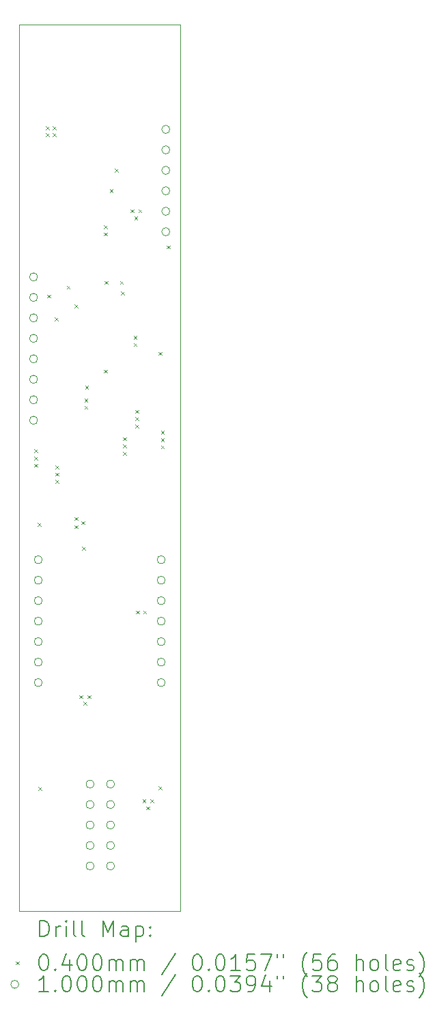
<source format=gbr>
%TF.GenerationSoftware,KiCad,Pcbnew,7.0.7-7.0.7~ubuntu22.04.1*%
%TF.CreationDate,2023-10-11T21:50:17+02:00*%
%TF.ProjectId,RP2040-VCO,52503230-3430-42d5-9643-4f2e6b696361,rev?*%
%TF.SameCoordinates,Original*%
%TF.FileFunction,Drillmap*%
%TF.FilePolarity,Positive*%
%FSLAX45Y45*%
G04 Gerber Fmt 4.5, Leading zero omitted, Abs format (unit mm)*
G04 Created by KiCad (PCBNEW 7.0.7-7.0.7~ubuntu22.04.1) date 2023-10-11 21:50:17*
%MOMM*%
%LPD*%
G01*
G04 APERTURE LIST*
%ADD10C,0.050000*%
%ADD11C,0.200000*%
%ADD12C,0.040000*%
%ADD13C,0.100000*%
G04 APERTURE END LIST*
D10*
X7150000Y-3650000D02*
X7150000Y-14650000D01*
X5150000Y-3650000D02*
X5150000Y-14650000D01*
X5150000Y-14650000D02*
X7150000Y-14650000D01*
X5150000Y-3650000D02*
X7150000Y-3650000D01*
D11*
D12*
X5340000Y-8920000D02*
X5380000Y-8960000D01*
X5380000Y-8920000D02*
X5340000Y-8960000D01*
X5340000Y-9010000D02*
X5380000Y-9050000D01*
X5380000Y-9010000D02*
X5340000Y-9050000D01*
X5340000Y-9100000D02*
X5380000Y-9140000D01*
X5380000Y-9100000D02*
X5340000Y-9140000D01*
X5380000Y-9830000D02*
X5420000Y-9870000D01*
X5420000Y-9830000D02*
X5380000Y-9870000D01*
X5390000Y-13110000D02*
X5430000Y-13150000D01*
X5430000Y-13110000D02*
X5390000Y-13150000D01*
X5480000Y-4910000D02*
X5520000Y-4950000D01*
X5520000Y-4910000D02*
X5480000Y-4950000D01*
X5480000Y-5000000D02*
X5520000Y-5040000D01*
X5520000Y-5000000D02*
X5480000Y-5040000D01*
X5500000Y-7000000D02*
X5540000Y-7040000D01*
X5540000Y-7000000D02*
X5500000Y-7040000D01*
X5570000Y-4910000D02*
X5610000Y-4950000D01*
X5610000Y-4910000D02*
X5570000Y-4950000D01*
X5570000Y-5000000D02*
X5610000Y-5040000D01*
X5610000Y-5000000D02*
X5570000Y-5040000D01*
X5590000Y-7280000D02*
X5630000Y-7320000D01*
X5630000Y-7280000D02*
X5590000Y-7320000D01*
X5600000Y-9120000D02*
X5640000Y-9160000D01*
X5640000Y-9120000D02*
X5600000Y-9160000D01*
X5600000Y-9210000D02*
X5640000Y-9250000D01*
X5640000Y-9210000D02*
X5600000Y-9250000D01*
X5600000Y-9300000D02*
X5640000Y-9340000D01*
X5640000Y-9300000D02*
X5600000Y-9340000D01*
X5740000Y-6890000D02*
X5780000Y-6930000D01*
X5780000Y-6890000D02*
X5740000Y-6930000D01*
X5840000Y-7120000D02*
X5880000Y-7160000D01*
X5880000Y-7120000D02*
X5840000Y-7160000D01*
X5840000Y-9760000D02*
X5880000Y-9800000D01*
X5880000Y-9760000D02*
X5840000Y-9800000D01*
X5840000Y-9860000D02*
X5880000Y-9900000D01*
X5880000Y-9860000D02*
X5840000Y-9900000D01*
X5900000Y-11970000D02*
X5940000Y-12010000D01*
X5940000Y-11970000D02*
X5900000Y-12010000D01*
X5920000Y-9810000D02*
X5960000Y-9850000D01*
X5960000Y-9810000D02*
X5920000Y-9850000D01*
X5930000Y-10130000D02*
X5970000Y-10170000D01*
X5970000Y-10130000D02*
X5930000Y-10170000D01*
X5950000Y-12050000D02*
X5990000Y-12090000D01*
X5990000Y-12050000D02*
X5950000Y-12090000D01*
X5960000Y-8290000D02*
X6000000Y-8330000D01*
X6000000Y-8290000D02*
X5960000Y-8330000D01*
X5960000Y-8380000D02*
X6000000Y-8420000D01*
X6000000Y-8380000D02*
X5960000Y-8420000D01*
X5970000Y-8130000D02*
X6010000Y-8170000D01*
X6010000Y-8130000D02*
X5970000Y-8170000D01*
X6000000Y-11970000D02*
X6040000Y-12010000D01*
X6040000Y-11970000D02*
X6000000Y-12010000D01*
X6200000Y-6140000D02*
X6240000Y-6180000D01*
X6240000Y-6140000D02*
X6200000Y-6180000D01*
X6200000Y-6230000D02*
X6240000Y-6270000D01*
X6240000Y-6230000D02*
X6200000Y-6270000D01*
X6200000Y-7930000D02*
X6240000Y-7970000D01*
X6240000Y-7930000D02*
X6200000Y-7970000D01*
X6210000Y-6830000D02*
X6250000Y-6870000D01*
X6250000Y-6830000D02*
X6210000Y-6870000D01*
X6274950Y-5690000D02*
X6314950Y-5730000D01*
X6314950Y-5690000D02*
X6274950Y-5730000D01*
X6340000Y-5440000D02*
X6380000Y-5480000D01*
X6380000Y-5440000D02*
X6340000Y-5480000D01*
X6400000Y-6830000D02*
X6440000Y-6870000D01*
X6440000Y-6830000D02*
X6400000Y-6870000D01*
X6414950Y-6960000D02*
X6454950Y-7000000D01*
X6454950Y-6960000D02*
X6414950Y-7000000D01*
X6440000Y-8770000D02*
X6480000Y-8810000D01*
X6480000Y-8770000D02*
X6440000Y-8810000D01*
X6440000Y-8860000D02*
X6480000Y-8900000D01*
X6480000Y-8860000D02*
X6440000Y-8900000D01*
X6440000Y-8950000D02*
X6480000Y-8990000D01*
X6480000Y-8950000D02*
X6440000Y-8990000D01*
X6530000Y-5940000D02*
X6570000Y-5980000D01*
X6570000Y-5940000D02*
X6530000Y-5980000D01*
X6570000Y-7510000D02*
X6610000Y-7550000D01*
X6610000Y-7510000D02*
X6570000Y-7550000D01*
X6570000Y-7600000D02*
X6610000Y-7640000D01*
X6610000Y-7600000D02*
X6570000Y-7640000D01*
X6580000Y-6030000D02*
X6620000Y-6070000D01*
X6620000Y-6030000D02*
X6580000Y-6070000D01*
X6590000Y-8430000D02*
X6630000Y-8470000D01*
X6630000Y-8430000D02*
X6590000Y-8470000D01*
X6590000Y-8520000D02*
X6630000Y-8560000D01*
X6630000Y-8520000D02*
X6590000Y-8560000D01*
X6590000Y-8610000D02*
X6630000Y-8650000D01*
X6630000Y-8610000D02*
X6590000Y-8650000D01*
X6600000Y-10920000D02*
X6640000Y-10960000D01*
X6640000Y-10920000D02*
X6600000Y-10960000D01*
X6630000Y-5940000D02*
X6670000Y-5980000D01*
X6670000Y-5940000D02*
X6630000Y-5980000D01*
X6680000Y-13260000D02*
X6720000Y-13300000D01*
X6720000Y-13260000D02*
X6680000Y-13300000D01*
X6690000Y-10920000D02*
X6730000Y-10960000D01*
X6730000Y-10920000D02*
X6690000Y-10960000D01*
X6730000Y-13350000D02*
X6770000Y-13390000D01*
X6770000Y-13350000D02*
X6730000Y-13390000D01*
X6780000Y-13260000D02*
X6820000Y-13300000D01*
X6820000Y-13260000D02*
X6780000Y-13300000D01*
X6880000Y-7710000D02*
X6920000Y-7750000D01*
X6920000Y-7710000D02*
X6880000Y-7750000D01*
X6880000Y-13100000D02*
X6920000Y-13140000D01*
X6920000Y-13100000D02*
X6880000Y-13140000D01*
X6910000Y-8690000D02*
X6950000Y-8730000D01*
X6950000Y-8690000D02*
X6910000Y-8730000D01*
X6910000Y-8780000D02*
X6950000Y-8820000D01*
X6950000Y-8780000D02*
X6910000Y-8820000D01*
X6910000Y-8870000D02*
X6950000Y-8910000D01*
X6950000Y-8870000D02*
X6910000Y-8910000D01*
X6980000Y-6390000D02*
X7020000Y-6430000D01*
X7020000Y-6390000D02*
X6980000Y-6430000D01*
D13*
X5380000Y-6780000D02*
G75*
G03*
X5380000Y-6780000I-50000J0D01*
G01*
X5380000Y-7034000D02*
G75*
G03*
X5380000Y-7034000I-50000J0D01*
G01*
X5380000Y-7288000D02*
G75*
G03*
X5380000Y-7288000I-50000J0D01*
G01*
X5380000Y-7542000D02*
G75*
G03*
X5380000Y-7542000I-50000J0D01*
G01*
X5380000Y-7796000D02*
G75*
G03*
X5380000Y-7796000I-50000J0D01*
G01*
X5380000Y-8050000D02*
G75*
G03*
X5380000Y-8050000I-50000J0D01*
G01*
X5380000Y-8304000D02*
G75*
G03*
X5380000Y-8304000I-50000J0D01*
G01*
X5380000Y-8558000D02*
G75*
G03*
X5380000Y-8558000I-50000J0D01*
G01*
X5438000Y-10288000D02*
G75*
G03*
X5438000Y-10288000I-50000J0D01*
G01*
X5438000Y-10542000D02*
G75*
G03*
X5438000Y-10542000I-50000J0D01*
G01*
X5438000Y-10796000D02*
G75*
G03*
X5438000Y-10796000I-50000J0D01*
G01*
X5438000Y-11050000D02*
G75*
G03*
X5438000Y-11050000I-50000J0D01*
G01*
X5438000Y-11304000D02*
G75*
G03*
X5438000Y-11304000I-50000J0D01*
G01*
X5438000Y-11558000D02*
G75*
G03*
X5438000Y-11558000I-50000J0D01*
G01*
X5438000Y-11812000D02*
G75*
G03*
X5438000Y-11812000I-50000J0D01*
G01*
X6080000Y-13072000D02*
G75*
G03*
X6080000Y-13072000I-50000J0D01*
G01*
X6080000Y-13326000D02*
G75*
G03*
X6080000Y-13326000I-50000J0D01*
G01*
X6080000Y-13580000D02*
G75*
G03*
X6080000Y-13580000I-50000J0D01*
G01*
X6080000Y-13834000D02*
G75*
G03*
X6080000Y-13834000I-50000J0D01*
G01*
X6080000Y-14088000D02*
G75*
G03*
X6080000Y-14088000I-50000J0D01*
G01*
X6334000Y-13072000D02*
G75*
G03*
X6334000Y-13072000I-50000J0D01*
G01*
X6334000Y-13326000D02*
G75*
G03*
X6334000Y-13326000I-50000J0D01*
G01*
X6334000Y-13580000D02*
G75*
G03*
X6334000Y-13580000I-50000J0D01*
G01*
X6334000Y-13834000D02*
G75*
G03*
X6334000Y-13834000I-50000J0D01*
G01*
X6334000Y-14088000D02*
G75*
G03*
X6334000Y-14088000I-50000J0D01*
G01*
X6962000Y-10288000D02*
G75*
G03*
X6962000Y-10288000I-50000J0D01*
G01*
X6962000Y-10542000D02*
G75*
G03*
X6962000Y-10542000I-50000J0D01*
G01*
X6962000Y-10796000D02*
G75*
G03*
X6962000Y-10796000I-50000J0D01*
G01*
X6962000Y-11050000D02*
G75*
G03*
X6962000Y-11050000I-50000J0D01*
G01*
X6962000Y-11304000D02*
G75*
G03*
X6962000Y-11304000I-50000J0D01*
G01*
X6962000Y-11558000D02*
G75*
G03*
X6962000Y-11558000I-50000J0D01*
G01*
X6962000Y-11812000D02*
G75*
G03*
X6962000Y-11812000I-50000J0D01*
G01*
X7020000Y-4950000D02*
G75*
G03*
X7020000Y-4950000I-50000J0D01*
G01*
X7020000Y-5204000D02*
G75*
G03*
X7020000Y-5204000I-50000J0D01*
G01*
X7020000Y-5458000D02*
G75*
G03*
X7020000Y-5458000I-50000J0D01*
G01*
X7020000Y-5712000D02*
G75*
G03*
X7020000Y-5712000I-50000J0D01*
G01*
X7020000Y-5966000D02*
G75*
G03*
X7020000Y-5966000I-50000J0D01*
G01*
X7020000Y-6220000D02*
G75*
G03*
X7020000Y-6220000I-50000J0D01*
G01*
D11*
X5408277Y-14963984D02*
X5408277Y-14763984D01*
X5408277Y-14763984D02*
X5455896Y-14763984D01*
X5455896Y-14763984D02*
X5484467Y-14773508D01*
X5484467Y-14773508D02*
X5503515Y-14792555D01*
X5503515Y-14792555D02*
X5513039Y-14811603D01*
X5513039Y-14811603D02*
X5522563Y-14849698D01*
X5522563Y-14849698D02*
X5522563Y-14878269D01*
X5522563Y-14878269D02*
X5513039Y-14916365D01*
X5513039Y-14916365D02*
X5503515Y-14935412D01*
X5503515Y-14935412D02*
X5484467Y-14954460D01*
X5484467Y-14954460D02*
X5455896Y-14963984D01*
X5455896Y-14963984D02*
X5408277Y-14963984D01*
X5608277Y-14963984D02*
X5608277Y-14830650D01*
X5608277Y-14868746D02*
X5617801Y-14849698D01*
X5617801Y-14849698D02*
X5627324Y-14840174D01*
X5627324Y-14840174D02*
X5646372Y-14830650D01*
X5646372Y-14830650D02*
X5665420Y-14830650D01*
X5732086Y-14963984D02*
X5732086Y-14830650D01*
X5732086Y-14763984D02*
X5722562Y-14773508D01*
X5722562Y-14773508D02*
X5732086Y-14783031D01*
X5732086Y-14783031D02*
X5741610Y-14773508D01*
X5741610Y-14773508D02*
X5732086Y-14763984D01*
X5732086Y-14763984D02*
X5732086Y-14783031D01*
X5855896Y-14963984D02*
X5836848Y-14954460D01*
X5836848Y-14954460D02*
X5827324Y-14935412D01*
X5827324Y-14935412D02*
X5827324Y-14763984D01*
X5960658Y-14963984D02*
X5941610Y-14954460D01*
X5941610Y-14954460D02*
X5932086Y-14935412D01*
X5932086Y-14935412D02*
X5932086Y-14763984D01*
X6189229Y-14963984D02*
X6189229Y-14763984D01*
X6189229Y-14763984D02*
X6255896Y-14906841D01*
X6255896Y-14906841D02*
X6322562Y-14763984D01*
X6322562Y-14763984D02*
X6322562Y-14963984D01*
X6503515Y-14963984D02*
X6503515Y-14859222D01*
X6503515Y-14859222D02*
X6493991Y-14840174D01*
X6493991Y-14840174D02*
X6474943Y-14830650D01*
X6474943Y-14830650D02*
X6436848Y-14830650D01*
X6436848Y-14830650D02*
X6417801Y-14840174D01*
X6503515Y-14954460D02*
X6484467Y-14963984D01*
X6484467Y-14963984D02*
X6436848Y-14963984D01*
X6436848Y-14963984D02*
X6417801Y-14954460D01*
X6417801Y-14954460D02*
X6408277Y-14935412D01*
X6408277Y-14935412D02*
X6408277Y-14916365D01*
X6408277Y-14916365D02*
X6417801Y-14897317D01*
X6417801Y-14897317D02*
X6436848Y-14887793D01*
X6436848Y-14887793D02*
X6484467Y-14887793D01*
X6484467Y-14887793D02*
X6503515Y-14878269D01*
X6598753Y-14830650D02*
X6598753Y-15030650D01*
X6598753Y-14840174D02*
X6617801Y-14830650D01*
X6617801Y-14830650D02*
X6655896Y-14830650D01*
X6655896Y-14830650D02*
X6674943Y-14840174D01*
X6674943Y-14840174D02*
X6684467Y-14849698D01*
X6684467Y-14849698D02*
X6693991Y-14868746D01*
X6693991Y-14868746D02*
X6693991Y-14925888D01*
X6693991Y-14925888D02*
X6684467Y-14944936D01*
X6684467Y-14944936D02*
X6674943Y-14954460D01*
X6674943Y-14954460D02*
X6655896Y-14963984D01*
X6655896Y-14963984D02*
X6617801Y-14963984D01*
X6617801Y-14963984D02*
X6598753Y-14954460D01*
X6779705Y-14944936D02*
X6789229Y-14954460D01*
X6789229Y-14954460D02*
X6779705Y-14963984D01*
X6779705Y-14963984D02*
X6770182Y-14954460D01*
X6770182Y-14954460D02*
X6779705Y-14944936D01*
X6779705Y-14944936D02*
X6779705Y-14963984D01*
X6779705Y-14840174D02*
X6789229Y-14849698D01*
X6789229Y-14849698D02*
X6779705Y-14859222D01*
X6779705Y-14859222D02*
X6770182Y-14849698D01*
X6770182Y-14849698D02*
X6779705Y-14840174D01*
X6779705Y-14840174D02*
X6779705Y-14859222D01*
D12*
X5107500Y-15272500D02*
X5147500Y-15312500D01*
X5147500Y-15272500D02*
X5107500Y-15312500D01*
D11*
X5446372Y-15183984D02*
X5465420Y-15183984D01*
X5465420Y-15183984D02*
X5484467Y-15193508D01*
X5484467Y-15193508D02*
X5493991Y-15203031D01*
X5493991Y-15203031D02*
X5503515Y-15222079D01*
X5503515Y-15222079D02*
X5513039Y-15260174D01*
X5513039Y-15260174D02*
X5513039Y-15307793D01*
X5513039Y-15307793D02*
X5503515Y-15345888D01*
X5503515Y-15345888D02*
X5493991Y-15364936D01*
X5493991Y-15364936D02*
X5484467Y-15374460D01*
X5484467Y-15374460D02*
X5465420Y-15383984D01*
X5465420Y-15383984D02*
X5446372Y-15383984D01*
X5446372Y-15383984D02*
X5427324Y-15374460D01*
X5427324Y-15374460D02*
X5417801Y-15364936D01*
X5417801Y-15364936D02*
X5408277Y-15345888D01*
X5408277Y-15345888D02*
X5398753Y-15307793D01*
X5398753Y-15307793D02*
X5398753Y-15260174D01*
X5398753Y-15260174D02*
X5408277Y-15222079D01*
X5408277Y-15222079D02*
X5417801Y-15203031D01*
X5417801Y-15203031D02*
X5427324Y-15193508D01*
X5427324Y-15193508D02*
X5446372Y-15183984D01*
X5598753Y-15364936D02*
X5608277Y-15374460D01*
X5608277Y-15374460D02*
X5598753Y-15383984D01*
X5598753Y-15383984D02*
X5589229Y-15374460D01*
X5589229Y-15374460D02*
X5598753Y-15364936D01*
X5598753Y-15364936D02*
X5598753Y-15383984D01*
X5779705Y-15250650D02*
X5779705Y-15383984D01*
X5732086Y-15174460D02*
X5684467Y-15317317D01*
X5684467Y-15317317D02*
X5808277Y-15317317D01*
X5922562Y-15183984D02*
X5941610Y-15183984D01*
X5941610Y-15183984D02*
X5960658Y-15193508D01*
X5960658Y-15193508D02*
X5970182Y-15203031D01*
X5970182Y-15203031D02*
X5979705Y-15222079D01*
X5979705Y-15222079D02*
X5989229Y-15260174D01*
X5989229Y-15260174D02*
X5989229Y-15307793D01*
X5989229Y-15307793D02*
X5979705Y-15345888D01*
X5979705Y-15345888D02*
X5970182Y-15364936D01*
X5970182Y-15364936D02*
X5960658Y-15374460D01*
X5960658Y-15374460D02*
X5941610Y-15383984D01*
X5941610Y-15383984D02*
X5922562Y-15383984D01*
X5922562Y-15383984D02*
X5903515Y-15374460D01*
X5903515Y-15374460D02*
X5893991Y-15364936D01*
X5893991Y-15364936D02*
X5884467Y-15345888D01*
X5884467Y-15345888D02*
X5874943Y-15307793D01*
X5874943Y-15307793D02*
X5874943Y-15260174D01*
X5874943Y-15260174D02*
X5884467Y-15222079D01*
X5884467Y-15222079D02*
X5893991Y-15203031D01*
X5893991Y-15203031D02*
X5903515Y-15193508D01*
X5903515Y-15193508D02*
X5922562Y-15183984D01*
X6113039Y-15183984D02*
X6132086Y-15183984D01*
X6132086Y-15183984D02*
X6151134Y-15193508D01*
X6151134Y-15193508D02*
X6160658Y-15203031D01*
X6160658Y-15203031D02*
X6170182Y-15222079D01*
X6170182Y-15222079D02*
X6179705Y-15260174D01*
X6179705Y-15260174D02*
X6179705Y-15307793D01*
X6179705Y-15307793D02*
X6170182Y-15345888D01*
X6170182Y-15345888D02*
X6160658Y-15364936D01*
X6160658Y-15364936D02*
X6151134Y-15374460D01*
X6151134Y-15374460D02*
X6132086Y-15383984D01*
X6132086Y-15383984D02*
X6113039Y-15383984D01*
X6113039Y-15383984D02*
X6093991Y-15374460D01*
X6093991Y-15374460D02*
X6084467Y-15364936D01*
X6084467Y-15364936D02*
X6074943Y-15345888D01*
X6074943Y-15345888D02*
X6065420Y-15307793D01*
X6065420Y-15307793D02*
X6065420Y-15260174D01*
X6065420Y-15260174D02*
X6074943Y-15222079D01*
X6074943Y-15222079D02*
X6084467Y-15203031D01*
X6084467Y-15203031D02*
X6093991Y-15193508D01*
X6093991Y-15193508D02*
X6113039Y-15183984D01*
X6265420Y-15383984D02*
X6265420Y-15250650D01*
X6265420Y-15269698D02*
X6274943Y-15260174D01*
X6274943Y-15260174D02*
X6293991Y-15250650D01*
X6293991Y-15250650D02*
X6322563Y-15250650D01*
X6322563Y-15250650D02*
X6341610Y-15260174D01*
X6341610Y-15260174D02*
X6351134Y-15279222D01*
X6351134Y-15279222D02*
X6351134Y-15383984D01*
X6351134Y-15279222D02*
X6360658Y-15260174D01*
X6360658Y-15260174D02*
X6379705Y-15250650D01*
X6379705Y-15250650D02*
X6408277Y-15250650D01*
X6408277Y-15250650D02*
X6427324Y-15260174D01*
X6427324Y-15260174D02*
X6436848Y-15279222D01*
X6436848Y-15279222D02*
X6436848Y-15383984D01*
X6532086Y-15383984D02*
X6532086Y-15250650D01*
X6532086Y-15269698D02*
X6541610Y-15260174D01*
X6541610Y-15260174D02*
X6560658Y-15250650D01*
X6560658Y-15250650D02*
X6589229Y-15250650D01*
X6589229Y-15250650D02*
X6608277Y-15260174D01*
X6608277Y-15260174D02*
X6617801Y-15279222D01*
X6617801Y-15279222D02*
X6617801Y-15383984D01*
X6617801Y-15279222D02*
X6627324Y-15260174D01*
X6627324Y-15260174D02*
X6646372Y-15250650D01*
X6646372Y-15250650D02*
X6674943Y-15250650D01*
X6674943Y-15250650D02*
X6693991Y-15260174D01*
X6693991Y-15260174D02*
X6703515Y-15279222D01*
X6703515Y-15279222D02*
X6703515Y-15383984D01*
X7093991Y-15174460D02*
X6922563Y-15431603D01*
X7351134Y-15183984D02*
X7370182Y-15183984D01*
X7370182Y-15183984D02*
X7389229Y-15193508D01*
X7389229Y-15193508D02*
X7398753Y-15203031D01*
X7398753Y-15203031D02*
X7408277Y-15222079D01*
X7408277Y-15222079D02*
X7417801Y-15260174D01*
X7417801Y-15260174D02*
X7417801Y-15307793D01*
X7417801Y-15307793D02*
X7408277Y-15345888D01*
X7408277Y-15345888D02*
X7398753Y-15364936D01*
X7398753Y-15364936D02*
X7389229Y-15374460D01*
X7389229Y-15374460D02*
X7370182Y-15383984D01*
X7370182Y-15383984D02*
X7351134Y-15383984D01*
X7351134Y-15383984D02*
X7332086Y-15374460D01*
X7332086Y-15374460D02*
X7322563Y-15364936D01*
X7322563Y-15364936D02*
X7313039Y-15345888D01*
X7313039Y-15345888D02*
X7303515Y-15307793D01*
X7303515Y-15307793D02*
X7303515Y-15260174D01*
X7303515Y-15260174D02*
X7313039Y-15222079D01*
X7313039Y-15222079D02*
X7322563Y-15203031D01*
X7322563Y-15203031D02*
X7332086Y-15193508D01*
X7332086Y-15193508D02*
X7351134Y-15183984D01*
X7503515Y-15364936D02*
X7513039Y-15374460D01*
X7513039Y-15374460D02*
X7503515Y-15383984D01*
X7503515Y-15383984D02*
X7493991Y-15374460D01*
X7493991Y-15374460D02*
X7503515Y-15364936D01*
X7503515Y-15364936D02*
X7503515Y-15383984D01*
X7636848Y-15183984D02*
X7655896Y-15183984D01*
X7655896Y-15183984D02*
X7674944Y-15193508D01*
X7674944Y-15193508D02*
X7684467Y-15203031D01*
X7684467Y-15203031D02*
X7693991Y-15222079D01*
X7693991Y-15222079D02*
X7703515Y-15260174D01*
X7703515Y-15260174D02*
X7703515Y-15307793D01*
X7703515Y-15307793D02*
X7693991Y-15345888D01*
X7693991Y-15345888D02*
X7684467Y-15364936D01*
X7684467Y-15364936D02*
X7674944Y-15374460D01*
X7674944Y-15374460D02*
X7655896Y-15383984D01*
X7655896Y-15383984D02*
X7636848Y-15383984D01*
X7636848Y-15383984D02*
X7617801Y-15374460D01*
X7617801Y-15374460D02*
X7608277Y-15364936D01*
X7608277Y-15364936D02*
X7598753Y-15345888D01*
X7598753Y-15345888D02*
X7589229Y-15307793D01*
X7589229Y-15307793D02*
X7589229Y-15260174D01*
X7589229Y-15260174D02*
X7598753Y-15222079D01*
X7598753Y-15222079D02*
X7608277Y-15203031D01*
X7608277Y-15203031D02*
X7617801Y-15193508D01*
X7617801Y-15193508D02*
X7636848Y-15183984D01*
X7893991Y-15383984D02*
X7779706Y-15383984D01*
X7836848Y-15383984D02*
X7836848Y-15183984D01*
X7836848Y-15183984D02*
X7817801Y-15212555D01*
X7817801Y-15212555D02*
X7798753Y-15231603D01*
X7798753Y-15231603D02*
X7779706Y-15241127D01*
X8074944Y-15183984D02*
X7979706Y-15183984D01*
X7979706Y-15183984D02*
X7970182Y-15279222D01*
X7970182Y-15279222D02*
X7979706Y-15269698D01*
X7979706Y-15269698D02*
X7998753Y-15260174D01*
X7998753Y-15260174D02*
X8046372Y-15260174D01*
X8046372Y-15260174D02*
X8065420Y-15269698D01*
X8065420Y-15269698D02*
X8074944Y-15279222D01*
X8074944Y-15279222D02*
X8084467Y-15298269D01*
X8084467Y-15298269D02*
X8084467Y-15345888D01*
X8084467Y-15345888D02*
X8074944Y-15364936D01*
X8074944Y-15364936D02*
X8065420Y-15374460D01*
X8065420Y-15374460D02*
X8046372Y-15383984D01*
X8046372Y-15383984D02*
X7998753Y-15383984D01*
X7998753Y-15383984D02*
X7979706Y-15374460D01*
X7979706Y-15374460D02*
X7970182Y-15364936D01*
X8151134Y-15183984D02*
X8284467Y-15183984D01*
X8284467Y-15183984D02*
X8198753Y-15383984D01*
X8351134Y-15183984D02*
X8351134Y-15222079D01*
X8427325Y-15183984D02*
X8427325Y-15222079D01*
X8722563Y-15460174D02*
X8713039Y-15450650D01*
X8713039Y-15450650D02*
X8693991Y-15422079D01*
X8693991Y-15422079D02*
X8684468Y-15403031D01*
X8684468Y-15403031D02*
X8674944Y-15374460D01*
X8674944Y-15374460D02*
X8665420Y-15326841D01*
X8665420Y-15326841D02*
X8665420Y-15288746D01*
X8665420Y-15288746D02*
X8674944Y-15241127D01*
X8674944Y-15241127D02*
X8684468Y-15212555D01*
X8684468Y-15212555D02*
X8693991Y-15193508D01*
X8693991Y-15193508D02*
X8713039Y-15164936D01*
X8713039Y-15164936D02*
X8722563Y-15155412D01*
X8893991Y-15183984D02*
X8798753Y-15183984D01*
X8798753Y-15183984D02*
X8789230Y-15279222D01*
X8789230Y-15279222D02*
X8798753Y-15269698D01*
X8798753Y-15269698D02*
X8817801Y-15260174D01*
X8817801Y-15260174D02*
X8865420Y-15260174D01*
X8865420Y-15260174D02*
X8884468Y-15269698D01*
X8884468Y-15269698D02*
X8893991Y-15279222D01*
X8893991Y-15279222D02*
X8903515Y-15298269D01*
X8903515Y-15298269D02*
X8903515Y-15345888D01*
X8903515Y-15345888D02*
X8893991Y-15364936D01*
X8893991Y-15364936D02*
X8884468Y-15374460D01*
X8884468Y-15374460D02*
X8865420Y-15383984D01*
X8865420Y-15383984D02*
X8817801Y-15383984D01*
X8817801Y-15383984D02*
X8798753Y-15374460D01*
X8798753Y-15374460D02*
X8789230Y-15364936D01*
X9074944Y-15183984D02*
X9036849Y-15183984D01*
X9036849Y-15183984D02*
X9017801Y-15193508D01*
X9017801Y-15193508D02*
X9008277Y-15203031D01*
X9008277Y-15203031D02*
X8989230Y-15231603D01*
X8989230Y-15231603D02*
X8979706Y-15269698D01*
X8979706Y-15269698D02*
X8979706Y-15345888D01*
X8979706Y-15345888D02*
X8989230Y-15364936D01*
X8989230Y-15364936D02*
X8998753Y-15374460D01*
X8998753Y-15374460D02*
X9017801Y-15383984D01*
X9017801Y-15383984D02*
X9055896Y-15383984D01*
X9055896Y-15383984D02*
X9074944Y-15374460D01*
X9074944Y-15374460D02*
X9084468Y-15364936D01*
X9084468Y-15364936D02*
X9093991Y-15345888D01*
X9093991Y-15345888D02*
X9093991Y-15298269D01*
X9093991Y-15298269D02*
X9084468Y-15279222D01*
X9084468Y-15279222D02*
X9074944Y-15269698D01*
X9074944Y-15269698D02*
X9055896Y-15260174D01*
X9055896Y-15260174D02*
X9017801Y-15260174D01*
X9017801Y-15260174D02*
X8998753Y-15269698D01*
X8998753Y-15269698D02*
X8989230Y-15279222D01*
X8989230Y-15279222D02*
X8979706Y-15298269D01*
X9332087Y-15383984D02*
X9332087Y-15183984D01*
X9417801Y-15383984D02*
X9417801Y-15279222D01*
X9417801Y-15279222D02*
X9408277Y-15260174D01*
X9408277Y-15260174D02*
X9389230Y-15250650D01*
X9389230Y-15250650D02*
X9360658Y-15250650D01*
X9360658Y-15250650D02*
X9341611Y-15260174D01*
X9341611Y-15260174D02*
X9332087Y-15269698D01*
X9541611Y-15383984D02*
X9522563Y-15374460D01*
X9522563Y-15374460D02*
X9513039Y-15364936D01*
X9513039Y-15364936D02*
X9503515Y-15345888D01*
X9503515Y-15345888D02*
X9503515Y-15288746D01*
X9503515Y-15288746D02*
X9513039Y-15269698D01*
X9513039Y-15269698D02*
X9522563Y-15260174D01*
X9522563Y-15260174D02*
X9541611Y-15250650D01*
X9541611Y-15250650D02*
X9570182Y-15250650D01*
X9570182Y-15250650D02*
X9589230Y-15260174D01*
X9589230Y-15260174D02*
X9598753Y-15269698D01*
X9598753Y-15269698D02*
X9608277Y-15288746D01*
X9608277Y-15288746D02*
X9608277Y-15345888D01*
X9608277Y-15345888D02*
X9598753Y-15364936D01*
X9598753Y-15364936D02*
X9589230Y-15374460D01*
X9589230Y-15374460D02*
X9570182Y-15383984D01*
X9570182Y-15383984D02*
X9541611Y-15383984D01*
X9722563Y-15383984D02*
X9703515Y-15374460D01*
X9703515Y-15374460D02*
X9693992Y-15355412D01*
X9693992Y-15355412D02*
X9693992Y-15183984D01*
X9874944Y-15374460D02*
X9855896Y-15383984D01*
X9855896Y-15383984D02*
X9817801Y-15383984D01*
X9817801Y-15383984D02*
X9798753Y-15374460D01*
X9798753Y-15374460D02*
X9789230Y-15355412D01*
X9789230Y-15355412D02*
X9789230Y-15279222D01*
X9789230Y-15279222D02*
X9798753Y-15260174D01*
X9798753Y-15260174D02*
X9817801Y-15250650D01*
X9817801Y-15250650D02*
X9855896Y-15250650D01*
X9855896Y-15250650D02*
X9874944Y-15260174D01*
X9874944Y-15260174D02*
X9884468Y-15279222D01*
X9884468Y-15279222D02*
X9884468Y-15298269D01*
X9884468Y-15298269D02*
X9789230Y-15317317D01*
X9960658Y-15374460D02*
X9979706Y-15383984D01*
X9979706Y-15383984D02*
X10017801Y-15383984D01*
X10017801Y-15383984D02*
X10036849Y-15374460D01*
X10036849Y-15374460D02*
X10046373Y-15355412D01*
X10046373Y-15355412D02*
X10046373Y-15345888D01*
X10046373Y-15345888D02*
X10036849Y-15326841D01*
X10036849Y-15326841D02*
X10017801Y-15317317D01*
X10017801Y-15317317D02*
X9989230Y-15317317D01*
X9989230Y-15317317D02*
X9970182Y-15307793D01*
X9970182Y-15307793D02*
X9960658Y-15288746D01*
X9960658Y-15288746D02*
X9960658Y-15279222D01*
X9960658Y-15279222D02*
X9970182Y-15260174D01*
X9970182Y-15260174D02*
X9989230Y-15250650D01*
X9989230Y-15250650D02*
X10017801Y-15250650D01*
X10017801Y-15250650D02*
X10036849Y-15260174D01*
X10113039Y-15460174D02*
X10122563Y-15450650D01*
X10122563Y-15450650D02*
X10141611Y-15422079D01*
X10141611Y-15422079D02*
X10151134Y-15403031D01*
X10151134Y-15403031D02*
X10160658Y-15374460D01*
X10160658Y-15374460D02*
X10170182Y-15326841D01*
X10170182Y-15326841D02*
X10170182Y-15288746D01*
X10170182Y-15288746D02*
X10160658Y-15241127D01*
X10160658Y-15241127D02*
X10151134Y-15212555D01*
X10151134Y-15212555D02*
X10141611Y-15193508D01*
X10141611Y-15193508D02*
X10122563Y-15164936D01*
X10122563Y-15164936D02*
X10113039Y-15155412D01*
D13*
X5147500Y-15556500D02*
G75*
G03*
X5147500Y-15556500I-50000J0D01*
G01*
D11*
X5513039Y-15647984D02*
X5398753Y-15647984D01*
X5455896Y-15647984D02*
X5455896Y-15447984D01*
X5455896Y-15447984D02*
X5436848Y-15476555D01*
X5436848Y-15476555D02*
X5417801Y-15495603D01*
X5417801Y-15495603D02*
X5398753Y-15505127D01*
X5598753Y-15628936D02*
X5608277Y-15638460D01*
X5608277Y-15638460D02*
X5598753Y-15647984D01*
X5598753Y-15647984D02*
X5589229Y-15638460D01*
X5589229Y-15638460D02*
X5598753Y-15628936D01*
X5598753Y-15628936D02*
X5598753Y-15647984D01*
X5732086Y-15447984D02*
X5751134Y-15447984D01*
X5751134Y-15447984D02*
X5770182Y-15457508D01*
X5770182Y-15457508D02*
X5779705Y-15467031D01*
X5779705Y-15467031D02*
X5789229Y-15486079D01*
X5789229Y-15486079D02*
X5798753Y-15524174D01*
X5798753Y-15524174D02*
X5798753Y-15571793D01*
X5798753Y-15571793D02*
X5789229Y-15609888D01*
X5789229Y-15609888D02*
X5779705Y-15628936D01*
X5779705Y-15628936D02*
X5770182Y-15638460D01*
X5770182Y-15638460D02*
X5751134Y-15647984D01*
X5751134Y-15647984D02*
X5732086Y-15647984D01*
X5732086Y-15647984D02*
X5713039Y-15638460D01*
X5713039Y-15638460D02*
X5703515Y-15628936D01*
X5703515Y-15628936D02*
X5693991Y-15609888D01*
X5693991Y-15609888D02*
X5684467Y-15571793D01*
X5684467Y-15571793D02*
X5684467Y-15524174D01*
X5684467Y-15524174D02*
X5693991Y-15486079D01*
X5693991Y-15486079D02*
X5703515Y-15467031D01*
X5703515Y-15467031D02*
X5713039Y-15457508D01*
X5713039Y-15457508D02*
X5732086Y-15447984D01*
X5922562Y-15447984D02*
X5941610Y-15447984D01*
X5941610Y-15447984D02*
X5960658Y-15457508D01*
X5960658Y-15457508D02*
X5970182Y-15467031D01*
X5970182Y-15467031D02*
X5979705Y-15486079D01*
X5979705Y-15486079D02*
X5989229Y-15524174D01*
X5989229Y-15524174D02*
X5989229Y-15571793D01*
X5989229Y-15571793D02*
X5979705Y-15609888D01*
X5979705Y-15609888D02*
X5970182Y-15628936D01*
X5970182Y-15628936D02*
X5960658Y-15638460D01*
X5960658Y-15638460D02*
X5941610Y-15647984D01*
X5941610Y-15647984D02*
X5922562Y-15647984D01*
X5922562Y-15647984D02*
X5903515Y-15638460D01*
X5903515Y-15638460D02*
X5893991Y-15628936D01*
X5893991Y-15628936D02*
X5884467Y-15609888D01*
X5884467Y-15609888D02*
X5874943Y-15571793D01*
X5874943Y-15571793D02*
X5874943Y-15524174D01*
X5874943Y-15524174D02*
X5884467Y-15486079D01*
X5884467Y-15486079D02*
X5893991Y-15467031D01*
X5893991Y-15467031D02*
X5903515Y-15457508D01*
X5903515Y-15457508D02*
X5922562Y-15447984D01*
X6113039Y-15447984D02*
X6132086Y-15447984D01*
X6132086Y-15447984D02*
X6151134Y-15457508D01*
X6151134Y-15457508D02*
X6160658Y-15467031D01*
X6160658Y-15467031D02*
X6170182Y-15486079D01*
X6170182Y-15486079D02*
X6179705Y-15524174D01*
X6179705Y-15524174D02*
X6179705Y-15571793D01*
X6179705Y-15571793D02*
X6170182Y-15609888D01*
X6170182Y-15609888D02*
X6160658Y-15628936D01*
X6160658Y-15628936D02*
X6151134Y-15638460D01*
X6151134Y-15638460D02*
X6132086Y-15647984D01*
X6132086Y-15647984D02*
X6113039Y-15647984D01*
X6113039Y-15647984D02*
X6093991Y-15638460D01*
X6093991Y-15638460D02*
X6084467Y-15628936D01*
X6084467Y-15628936D02*
X6074943Y-15609888D01*
X6074943Y-15609888D02*
X6065420Y-15571793D01*
X6065420Y-15571793D02*
X6065420Y-15524174D01*
X6065420Y-15524174D02*
X6074943Y-15486079D01*
X6074943Y-15486079D02*
X6084467Y-15467031D01*
X6084467Y-15467031D02*
X6093991Y-15457508D01*
X6093991Y-15457508D02*
X6113039Y-15447984D01*
X6265420Y-15647984D02*
X6265420Y-15514650D01*
X6265420Y-15533698D02*
X6274943Y-15524174D01*
X6274943Y-15524174D02*
X6293991Y-15514650D01*
X6293991Y-15514650D02*
X6322563Y-15514650D01*
X6322563Y-15514650D02*
X6341610Y-15524174D01*
X6341610Y-15524174D02*
X6351134Y-15543222D01*
X6351134Y-15543222D02*
X6351134Y-15647984D01*
X6351134Y-15543222D02*
X6360658Y-15524174D01*
X6360658Y-15524174D02*
X6379705Y-15514650D01*
X6379705Y-15514650D02*
X6408277Y-15514650D01*
X6408277Y-15514650D02*
X6427324Y-15524174D01*
X6427324Y-15524174D02*
X6436848Y-15543222D01*
X6436848Y-15543222D02*
X6436848Y-15647984D01*
X6532086Y-15647984D02*
X6532086Y-15514650D01*
X6532086Y-15533698D02*
X6541610Y-15524174D01*
X6541610Y-15524174D02*
X6560658Y-15514650D01*
X6560658Y-15514650D02*
X6589229Y-15514650D01*
X6589229Y-15514650D02*
X6608277Y-15524174D01*
X6608277Y-15524174D02*
X6617801Y-15543222D01*
X6617801Y-15543222D02*
X6617801Y-15647984D01*
X6617801Y-15543222D02*
X6627324Y-15524174D01*
X6627324Y-15524174D02*
X6646372Y-15514650D01*
X6646372Y-15514650D02*
X6674943Y-15514650D01*
X6674943Y-15514650D02*
X6693991Y-15524174D01*
X6693991Y-15524174D02*
X6703515Y-15543222D01*
X6703515Y-15543222D02*
X6703515Y-15647984D01*
X7093991Y-15438460D02*
X6922563Y-15695603D01*
X7351134Y-15447984D02*
X7370182Y-15447984D01*
X7370182Y-15447984D02*
X7389229Y-15457508D01*
X7389229Y-15457508D02*
X7398753Y-15467031D01*
X7398753Y-15467031D02*
X7408277Y-15486079D01*
X7408277Y-15486079D02*
X7417801Y-15524174D01*
X7417801Y-15524174D02*
X7417801Y-15571793D01*
X7417801Y-15571793D02*
X7408277Y-15609888D01*
X7408277Y-15609888D02*
X7398753Y-15628936D01*
X7398753Y-15628936D02*
X7389229Y-15638460D01*
X7389229Y-15638460D02*
X7370182Y-15647984D01*
X7370182Y-15647984D02*
X7351134Y-15647984D01*
X7351134Y-15647984D02*
X7332086Y-15638460D01*
X7332086Y-15638460D02*
X7322563Y-15628936D01*
X7322563Y-15628936D02*
X7313039Y-15609888D01*
X7313039Y-15609888D02*
X7303515Y-15571793D01*
X7303515Y-15571793D02*
X7303515Y-15524174D01*
X7303515Y-15524174D02*
X7313039Y-15486079D01*
X7313039Y-15486079D02*
X7322563Y-15467031D01*
X7322563Y-15467031D02*
X7332086Y-15457508D01*
X7332086Y-15457508D02*
X7351134Y-15447984D01*
X7503515Y-15628936D02*
X7513039Y-15638460D01*
X7513039Y-15638460D02*
X7503515Y-15647984D01*
X7503515Y-15647984D02*
X7493991Y-15638460D01*
X7493991Y-15638460D02*
X7503515Y-15628936D01*
X7503515Y-15628936D02*
X7503515Y-15647984D01*
X7636848Y-15447984D02*
X7655896Y-15447984D01*
X7655896Y-15447984D02*
X7674944Y-15457508D01*
X7674944Y-15457508D02*
X7684467Y-15467031D01*
X7684467Y-15467031D02*
X7693991Y-15486079D01*
X7693991Y-15486079D02*
X7703515Y-15524174D01*
X7703515Y-15524174D02*
X7703515Y-15571793D01*
X7703515Y-15571793D02*
X7693991Y-15609888D01*
X7693991Y-15609888D02*
X7684467Y-15628936D01*
X7684467Y-15628936D02*
X7674944Y-15638460D01*
X7674944Y-15638460D02*
X7655896Y-15647984D01*
X7655896Y-15647984D02*
X7636848Y-15647984D01*
X7636848Y-15647984D02*
X7617801Y-15638460D01*
X7617801Y-15638460D02*
X7608277Y-15628936D01*
X7608277Y-15628936D02*
X7598753Y-15609888D01*
X7598753Y-15609888D02*
X7589229Y-15571793D01*
X7589229Y-15571793D02*
X7589229Y-15524174D01*
X7589229Y-15524174D02*
X7598753Y-15486079D01*
X7598753Y-15486079D02*
X7608277Y-15467031D01*
X7608277Y-15467031D02*
X7617801Y-15457508D01*
X7617801Y-15457508D02*
X7636848Y-15447984D01*
X7770182Y-15447984D02*
X7893991Y-15447984D01*
X7893991Y-15447984D02*
X7827325Y-15524174D01*
X7827325Y-15524174D02*
X7855896Y-15524174D01*
X7855896Y-15524174D02*
X7874944Y-15533698D01*
X7874944Y-15533698D02*
X7884467Y-15543222D01*
X7884467Y-15543222D02*
X7893991Y-15562269D01*
X7893991Y-15562269D02*
X7893991Y-15609888D01*
X7893991Y-15609888D02*
X7884467Y-15628936D01*
X7884467Y-15628936D02*
X7874944Y-15638460D01*
X7874944Y-15638460D02*
X7855896Y-15647984D01*
X7855896Y-15647984D02*
X7798753Y-15647984D01*
X7798753Y-15647984D02*
X7779706Y-15638460D01*
X7779706Y-15638460D02*
X7770182Y-15628936D01*
X7989229Y-15647984D02*
X8027325Y-15647984D01*
X8027325Y-15647984D02*
X8046372Y-15638460D01*
X8046372Y-15638460D02*
X8055896Y-15628936D01*
X8055896Y-15628936D02*
X8074944Y-15600365D01*
X8074944Y-15600365D02*
X8084467Y-15562269D01*
X8084467Y-15562269D02*
X8084467Y-15486079D01*
X8084467Y-15486079D02*
X8074944Y-15467031D01*
X8074944Y-15467031D02*
X8065420Y-15457508D01*
X8065420Y-15457508D02*
X8046372Y-15447984D01*
X8046372Y-15447984D02*
X8008277Y-15447984D01*
X8008277Y-15447984D02*
X7989229Y-15457508D01*
X7989229Y-15457508D02*
X7979706Y-15467031D01*
X7979706Y-15467031D02*
X7970182Y-15486079D01*
X7970182Y-15486079D02*
X7970182Y-15533698D01*
X7970182Y-15533698D02*
X7979706Y-15552746D01*
X7979706Y-15552746D02*
X7989229Y-15562269D01*
X7989229Y-15562269D02*
X8008277Y-15571793D01*
X8008277Y-15571793D02*
X8046372Y-15571793D01*
X8046372Y-15571793D02*
X8065420Y-15562269D01*
X8065420Y-15562269D02*
X8074944Y-15552746D01*
X8074944Y-15552746D02*
X8084467Y-15533698D01*
X8255896Y-15514650D02*
X8255896Y-15647984D01*
X8208277Y-15438460D02*
X8160658Y-15581317D01*
X8160658Y-15581317D02*
X8284467Y-15581317D01*
X8351134Y-15447984D02*
X8351134Y-15486079D01*
X8427325Y-15447984D02*
X8427325Y-15486079D01*
X8722563Y-15724174D02*
X8713039Y-15714650D01*
X8713039Y-15714650D02*
X8693991Y-15686079D01*
X8693991Y-15686079D02*
X8684468Y-15667031D01*
X8684468Y-15667031D02*
X8674944Y-15638460D01*
X8674944Y-15638460D02*
X8665420Y-15590841D01*
X8665420Y-15590841D02*
X8665420Y-15552746D01*
X8665420Y-15552746D02*
X8674944Y-15505127D01*
X8674944Y-15505127D02*
X8684468Y-15476555D01*
X8684468Y-15476555D02*
X8693991Y-15457508D01*
X8693991Y-15457508D02*
X8713039Y-15428936D01*
X8713039Y-15428936D02*
X8722563Y-15419412D01*
X8779706Y-15447984D02*
X8903515Y-15447984D01*
X8903515Y-15447984D02*
X8836849Y-15524174D01*
X8836849Y-15524174D02*
X8865420Y-15524174D01*
X8865420Y-15524174D02*
X8884468Y-15533698D01*
X8884468Y-15533698D02*
X8893991Y-15543222D01*
X8893991Y-15543222D02*
X8903515Y-15562269D01*
X8903515Y-15562269D02*
X8903515Y-15609888D01*
X8903515Y-15609888D02*
X8893991Y-15628936D01*
X8893991Y-15628936D02*
X8884468Y-15638460D01*
X8884468Y-15638460D02*
X8865420Y-15647984D01*
X8865420Y-15647984D02*
X8808277Y-15647984D01*
X8808277Y-15647984D02*
X8789230Y-15638460D01*
X8789230Y-15638460D02*
X8779706Y-15628936D01*
X9017801Y-15533698D02*
X8998753Y-15524174D01*
X8998753Y-15524174D02*
X8989230Y-15514650D01*
X8989230Y-15514650D02*
X8979706Y-15495603D01*
X8979706Y-15495603D02*
X8979706Y-15486079D01*
X8979706Y-15486079D02*
X8989230Y-15467031D01*
X8989230Y-15467031D02*
X8998753Y-15457508D01*
X8998753Y-15457508D02*
X9017801Y-15447984D01*
X9017801Y-15447984D02*
X9055896Y-15447984D01*
X9055896Y-15447984D02*
X9074944Y-15457508D01*
X9074944Y-15457508D02*
X9084468Y-15467031D01*
X9084468Y-15467031D02*
X9093991Y-15486079D01*
X9093991Y-15486079D02*
X9093991Y-15495603D01*
X9093991Y-15495603D02*
X9084468Y-15514650D01*
X9084468Y-15514650D02*
X9074944Y-15524174D01*
X9074944Y-15524174D02*
X9055896Y-15533698D01*
X9055896Y-15533698D02*
X9017801Y-15533698D01*
X9017801Y-15533698D02*
X8998753Y-15543222D01*
X8998753Y-15543222D02*
X8989230Y-15552746D01*
X8989230Y-15552746D02*
X8979706Y-15571793D01*
X8979706Y-15571793D02*
X8979706Y-15609888D01*
X8979706Y-15609888D02*
X8989230Y-15628936D01*
X8989230Y-15628936D02*
X8998753Y-15638460D01*
X8998753Y-15638460D02*
X9017801Y-15647984D01*
X9017801Y-15647984D02*
X9055896Y-15647984D01*
X9055896Y-15647984D02*
X9074944Y-15638460D01*
X9074944Y-15638460D02*
X9084468Y-15628936D01*
X9084468Y-15628936D02*
X9093991Y-15609888D01*
X9093991Y-15609888D02*
X9093991Y-15571793D01*
X9093991Y-15571793D02*
X9084468Y-15552746D01*
X9084468Y-15552746D02*
X9074944Y-15543222D01*
X9074944Y-15543222D02*
X9055896Y-15533698D01*
X9332087Y-15647984D02*
X9332087Y-15447984D01*
X9417801Y-15647984D02*
X9417801Y-15543222D01*
X9417801Y-15543222D02*
X9408277Y-15524174D01*
X9408277Y-15524174D02*
X9389230Y-15514650D01*
X9389230Y-15514650D02*
X9360658Y-15514650D01*
X9360658Y-15514650D02*
X9341611Y-15524174D01*
X9341611Y-15524174D02*
X9332087Y-15533698D01*
X9541611Y-15647984D02*
X9522563Y-15638460D01*
X9522563Y-15638460D02*
X9513039Y-15628936D01*
X9513039Y-15628936D02*
X9503515Y-15609888D01*
X9503515Y-15609888D02*
X9503515Y-15552746D01*
X9503515Y-15552746D02*
X9513039Y-15533698D01*
X9513039Y-15533698D02*
X9522563Y-15524174D01*
X9522563Y-15524174D02*
X9541611Y-15514650D01*
X9541611Y-15514650D02*
X9570182Y-15514650D01*
X9570182Y-15514650D02*
X9589230Y-15524174D01*
X9589230Y-15524174D02*
X9598753Y-15533698D01*
X9598753Y-15533698D02*
X9608277Y-15552746D01*
X9608277Y-15552746D02*
X9608277Y-15609888D01*
X9608277Y-15609888D02*
X9598753Y-15628936D01*
X9598753Y-15628936D02*
X9589230Y-15638460D01*
X9589230Y-15638460D02*
X9570182Y-15647984D01*
X9570182Y-15647984D02*
X9541611Y-15647984D01*
X9722563Y-15647984D02*
X9703515Y-15638460D01*
X9703515Y-15638460D02*
X9693992Y-15619412D01*
X9693992Y-15619412D02*
X9693992Y-15447984D01*
X9874944Y-15638460D02*
X9855896Y-15647984D01*
X9855896Y-15647984D02*
X9817801Y-15647984D01*
X9817801Y-15647984D02*
X9798753Y-15638460D01*
X9798753Y-15638460D02*
X9789230Y-15619412D01*
X9789230Y-15619412D02*
X9789230Y-15543222D01*
X9789230Y-15543222D02*
X9798753Y-15524174D01*
X9798753Y-15524174D02*
X9817801Y-15514650D01*
X9817801Y-15514650D02*
X9855896Y-15514650D01*
X9855896Y-15514650D02*
X9874944Y-15524174D01*
X9874944Y-15524174D02*
X9884468Y-15543222D01*
X9884468Y-15543222D02*
X9884468Y-15562269D01*
X9884468Y-15562269D02*
X9789230Y-15581317D01*
X9960658Y-15638460D02*
X9979706Y-15647984D01*
X9979706Y-15647984D02*
X10017801Y-15647984D01*
X10017801Y-15647984D02*
X10036849Y-15638460D01*
X10036849Y-15638460D02*
X10046373Y-15619412D01*
X10046373Y-15619412D02*
X10046373Y-15609888D01*
X10046373Y-15609888D02*
X10036849Y-15590841D01*
X10036849Y-15590841D02*
X10017801Y-15581317D01*
X10017801Y-15581317D02*
X9989230Y-15581317D01*
X9989230Y-15581317D02*
X9970182Y-15571793D01*
X9970182Y-15571793D02*
X9960658Y-15552746D01*
X9960658Y-15552746D02*
X9960658Y-15543222D01*
X9960658Y-15543222D02*
X9970182Y-15524174D01*
X9970182Y-15524174D02*
X9989230Y-15514650D01*
X9989230Y-15514650D02*
X10017801Y-15514650D01*
X10017801Y-15514650D02*
X10036849Y-15524174D01*
X10113039Y-15724174D02*
X10122563Y-15714650D01*
X10122563Y-15714650D02*
X10141611Y-15686079D01*
X10141611Y-15686079D02*
X10151134Y-15667031D01*
X10151134Y-15667031D02*
X10160658Y-15638460D01*
X10160658Y-15638460D02*
X10170182Y-15590841D01*
X10170182Y-15590841D02*
X10170182Y-15552746D01*
X10170182Y-15552746D02*
X10160658Y-15505127D01*
X10160658Y-15505127D02*
X10151134Y-15476555D01*
X10151134Y-15476555D02*
X10141611Y-15457508D01*
X10141611Y-15457508D02*
X10122563Y-15428936D01*
X10122563Y-15428936D02*
X10113039Y-15419412D01*
M02*

</source>
